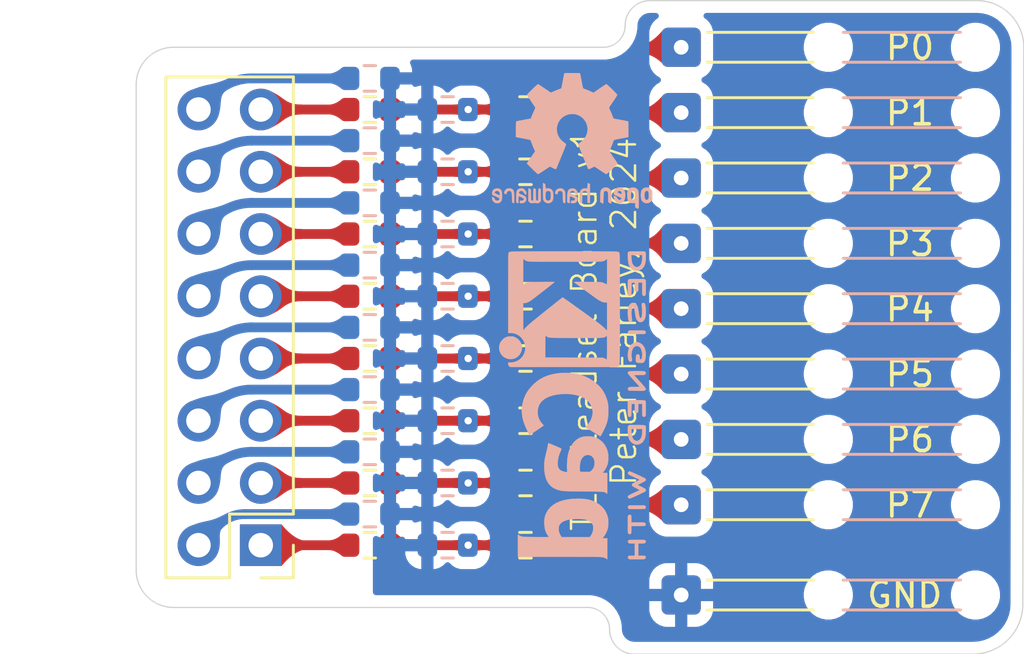
<source format=kicad_pcb>
(kicad_pcb (version 20240108) (generator "pcbnew") (generator_version "8.0")
  (title_block (title "Tektronix TLA Leadset Board") (date "2024-03-19") (rev "1.0") (company "Peter Farley") (comment 1 "Rev 1.0: Initial design"))
  (layers (0 "F.Cu" signal) (31 "B.Cu" signal) (34 "B.Paste" user) (35 "F.Paste" user) (36 "B.SilkS" user "B.Silkscreen") (37 "F.SilkS" user "F.Silkscreen") (38 "B.Mask" user) (39 "F.Mask" user) (44 "Edge.Cuts" user))
  (net 0 "")
  (net 1 "Net-(J1-Pin_5)")
  (net 2 "Net-(J1-Pin_8)")
  (net 3 "Net-(J1-Pin_7)")
  (net 4 "Net-(J1-Pin_1)")
  (net 5 "Net-(J1-Pin_9)")
  (net 6 "Net-(J1-Pin_2)")
  (net 7 "Net-(J1-Pin_4)")
  (net 8 "Net-(J1-Pin_16)")
  (net 9 "Net-(J1-Pin_11)")
  (net 10 "Net-(J1-Pin_6)")
  (net 11 "Net-(J1-Pin_14)")
  (net 12 "Net-(J1-Pin_12)")
  (net 13 "Net-(J1-Pin_15)")
  (net 14 "Net-(J1-Pin_13)")
  (net 15 "Net-(J1-Pin_3)")
  (net 16 "Net-(J1-Pin_10)")
  (net 17 "Net-(J2-Pin_1)")
  (net 18 "Net-(J3-Pin_1)")
  (net 19 "Net-(J4-Pin_1)")
  (net 20 "Net-(J5-Pin_1)")
  (net 21 "Net-(J6-Pin_1)")
  (net 22 "Net-(J7-Pin_1)")
  (net 23 "Net-(J8-Pin_1)")
  (net 24 "Net-(J9-Pin_1)")
  (net 25 "GND")
  (net 26 "Net-(R21-Pad1)")
  (net 27 "Net-(R10-Pad2)")
  (net 28 "Net-(R11-Pad2)")
  (net 29 "Net-(R12-Pad2)")
  (net 30 "Net-(R13-Pad2)")
  (net 31 "Net-(R14-Pad2)")
  (net 32 "Net-(R15-Pad2)")
  (net 33 "Net-(R16-Pad2)")
  (footprint "Resistor_SMD:R_0603_1608Metric" (layer "F.Cu") (at 76.2 48.26)
    (property "Reference" "R12" (hide yes))
    (property "Value" "0")
    (pad "1" smd roundrect (at -0.825 0) (size 0.8 0.95) (layers "F.Cu" "F.Paste" "F.Mask") (net 32 "Net-(R15-Pad2)"))
    (pad "2" smd roundrect (at 0.825 0) (size 0.8 0.95) (layers "F.Cu" "F.Paste" "F.Mask") (net 21 "Net-(J6-Pin_1)"))
  )
  (footprint "Resistor_SMD:R_0603_1608Metric" (layer "F.Cu") (at 69.85 48.26)
    (property "Reference" "R4" (hide yes))
    (property "Value" "0")
    (pad "1" smd roundrect (at -0.825 0) (size 0.8 0.95) (layers "F.Cu" "F.Paste" "F.Mask") (net 5 "Net-(J1-Pin_9)"))
    (pad "2" smd roundrect (at 0.825 0) (size 0.8 0.95) (layers "F.Cu" "F.Paste" "F.Mask") (net 32 "Net-(R15-Pad2)"))
  )
  (footprint "Connector_PinHeader_2.54mm:PinHeader_2x08_P2.54mm_Vertical" (layer "F.Cu") (at 65.405 58.42 180)
    (property "Reference" "J1" (hide yes))
    (property "Value" "Conn_02x08_Top_Bottom")
    (pad "1" thru_hole rect (at 0 0 180) (size 1.7 1.7) (drill 1) (layers "*.Cu" "*.Mask") (net 4 "Net-(J1-Pin_1)"))
    (pad "2" thru_hole oval (at 2.54 0 180) (size 1.7 1.7) (drill 1) (layers "*.Cu" "*.Mask") (net 6 "Net-(J1-Pin_2)"))
    (pad "3" thru_hole oval (at 0 2.54 180) (size 1.7 1.7) (drill 1) (layers "*.Cu" "*.Mask") (net 15 "Net-(J1-Pin_3)"))
    (pad "4" thru_hole oval (at 2.54 2.54 180) (size 1.7 1.7) (drill 1) (layers "*.Cu" "*.Mask") (net 7 "Net-(J1-Pin_4)"))
    (pad "5" thru_hole oval (at 0 5.08 180) (size 1.7 1.7) (drill 1) (layers "*.Cu" "*.Mask") (net 1 "Net-(J1-Pin_5)"))
    (pad "6" thru_hole oval (at 2.54 5.08 180) (size 1.7 1.7) (drill 1) (layers "*.Cu" "*.Mask") (net 10 "Net-(J1-Pin_6)"))
    (pad "7" thru_hole oval (at 0 7.62 180) (size 1.7 1.7) (drill 1) (layers "*.Cu" "*.Mask") (net 3 "Net-(J1-Pin_7)"))
    (pad "8" thru_hole oval (at 2.54 7.62 180) (size 1.7 1.7) (drill 1) (layers "*.Cu" "*.Mask") (net 2 "Net-(J1-Pin_8)"))
    (pad "9" thru_hole oval (at 0 10.16 180) (size 1.7 1.7) (drill 1) (layers "*.Cu" "*.Mask") (net 5 "Net-(J1-Pin_9)"))
    (pad "10" thru_hole oval (at 2.54 10.16 180) (size 1.7 1.7) (drill 1) (layers "*.Cu" "*.Mask") (net 16 "Net-(J1-Pin_10)"))
    (pad "11" thru_hole oval (at 0 12.7 180) (size 1.7 1.7) (drill 1) (layers "*.Cu" "*.Mask") (net 9 "Net-(J1-Pin_11)"))
    (pad "12" thru_hole oval (at 2.54 12.7 180) (size 1.7 1.7) (drill 1) (layers "*.Cu" "*.Mask") (net 12 "Net-(J1-Pin_12)"))
    (pad "13" thru_hole oval (at 0 15.24 180) (size 1.7 1.7) (drill 1) (layers "*.Cu" "*.Mask") (net 14 "Net-(J1-Pin_13)"))
    (pad "14" thru_hole oval (at 2.54 15.24 180) (size 1.7 1.7) (drill 1) (layers "*.Cu" "*.Mask") (net 11 "Net-(J1-Pin_14)"))
    (pad "15" thru_hole oval (at 0 17.78 180) (size 1.7 1.7) (drill 1) (layers "*.Cu" "*.Mask") (net 13 "Net-(J1-Pin_15)"))
    (pad "16" thru_hole oval (at 2.54 17.78 180) (size 1.7 1.7) (drill 1) (layers "*.Cu" "*.Mask") (net 8 "Net-(J1-Pin_16)"))
  )
  (footprint "Resistor_SMD:R_0603_1608Metric" (layer "F.Cu") (at 69.85 40.64)
    (property "Reference" "R1" (hide yes))
    (property "Value" "0")
    (pad "1" smd roundrect (at -0.825 0) (size 0.8 0.95) (layers "F.Cu" "F.Paste" "F.Mask") (net 13 "Net-(J1-Pin_15)"))
    (pad "2" smd roundrect (at 0.825 0) (size 0.8 0.95) (layers "F.Cu" "F.Paste" "F.Mask") (net 29 "Net-(R12-Pad2)"))
  )
  (footprint "Resistor_SMD:R_0603_1608Metric" (layer "F.Cu") (at 69.85 58.42)
    (property "Reference" "R8" (hide yes))
    (property "Value" "0")
    (pad "1" smd roundrect (at -0.825 0) (size 0.8 0.95) (layers "F.Cu" "F.Paste" "F.Mask") (net 4 "Net-(J1-Pin_1)"))
    (pad "2" smd roundrect (at 0.825 0) (size 0.8 0.95) (layers "F.Cu" "F.Paste" "F.Mask") (net 30 "Net-(R13-Pad2)"))
  )
  (footprint "Resistor_SMD:R_0603_1608Metric" (layer "F.Cu") (at 76.2 40.64)
    (property "Reference" "R9" (hide yes))
    (property "Value" "0")
    (pad "1" smd roundrect (at -0.825 0) (size 0.8 0.95) (layers "F.Cu" "F.Paste" "F.Mask") (net 29 "Net-(R12-Pad2)"))
    (pad "2" smd roundrect (at 0.825 0) (size 0.8 0.95) (layers "F.Cu" "F.Paste" "F.Mask") (net 24 "Net-(J9-Pin_1)"))
  )
  (footprint "Resistor_SMD:R_0603_1608Metric" (layer "F.Cu") (at 69.85 50.8)
    (property "Reference" "R5" (hide yes))
    (property "Value" "0")
    (pad "1" smd roundrect (at -0.825 0) (size 0.8 0.95) (layers "F.Cu" "F.Paste" "F.Mask") (net 3 "Net-(J1-Pin_7)"))
    (pad "2" smd roundrect (at 0.825 0) (size 0.8 0.95) (layers "F.Cu" "F.Paste" "F.Mask") (net 27 "Net-(R10-Pad2)"))
  )
  (footprint "Resistor_SMD:R_0603_1608Metric" (layer "F.Cu") (at 69.85 53.34)
    (property "Reference" "R6" (hide yes))
    (property "Value" "0")
    (pad "1" smd roundrect (at -0.825 0) (size 0.8 0.95) (layers "F.Cu" "F.Paste" "F.Mask") (net 1 "Net-(J1-Pin_5)"))
    (pad "2" smd roundrect (at 0.825 0) (size 0.8 0.95) (layers "F.Cu" "F.Paste" "F.Mask") (net 31 "Net-(R14-Pad2)"))
  )
  (footprint "Resistor_SMD:R_0603_1608Metric" (layer "F.Cu") (at 69.85 45.72)
    (property "Reference" "R3" (hide yes))
    (property "Value" "0")
    (pad "1" smd roundrect (at -0.825 0) (size 0.8 0.95) (layers "F.Cu" "F.Paste" "F.Mask") (net 9 "Net-(J1-Pin_11)"))
    (pad "2" smd roundrect (at 0.825 0) (size 0.8 0.95) (layers "F.Cu" "F.Paste" "F.Mask") (net 28 "Net-(R11-Pad2)"))
  )
  (footprint "Resistor_SMD:R_0603_1608Metric" (layer "F.Cu") (at 76.2 55.88)
    (property "Reference" "R15" (hide yes))
    (property "Value" "0")
    (pad "1" smd roundrect (at -0.825 0) (size 0.8 0.95) (layers "F.Cu" "F.Paste" "F.Mask") (net 26 "Net-(R21-Pad1)"))
    (pad "2" smd roundrect (at 0.825 0) (size 0.8 0.95) (layers "F.Cu" "F.Paste" "F.Mask") (net 18 "Net-(J3-Pin_1)"))
  )
  (footprint "Resistor_SMD:R_0603_1608Metric" (layer "F.Cu") (at 76.2 43.18)
    (property "Reference" "R10" (hide yes))
    (property "Value" "0")
    (pad "1" smd roundrect (at -0.825 0) (size 0.8 0.95) (layers "F.Cu" "F.Paste" "F.Mask") (net 33 "Net-(R16-Pad2)"))
    (pad "2" smd roundrect (at 0.825 0) (size 0.8 0.95) (layers "F.Cu" "F.Paste" "F.Mask") (net 23 "Net-(J8-Pin_1)"))
  )
  (footprint "Connector_Wire:SolderWire-0.1sqmm_1x01_D0.4mm_OD1mm_Relief2x" (layer "F.Cu") (at 82.55 40.767 90)
    (property "Reference" "J3" (hide yes))
    (property "Value" "P1" (at 0 8.255 180) (layer "F.SilkS") (effects (justify left)))
    (pad "" np_thru_hole circle (at 0 6 90) (size 1.5 1.5) (drill 1.5) (layers "*.Cu" "*.Mask"))
    (pad "" np_thru_hole circle (at 0 12 90) (size 1.5 1.5) (drill 1.5) (layers "*.Cu" "*.Mask"))
    (pad "1" thru_hole roundrect (at 0 0 90) (size 1.6 1.6) (drill 0.6) (layers "*.Cu" "*.Mask") (roundrect_rratio 0.15625) (net 23 "Net-(J8-Pin_1)"))
  )
  (footprint "Resistor_SMD:R_0603_1608Metric" (layer "F.Cu") (at 69.85 43.18)
    (property "Reference" "R2" (hide yes))
    (property "Value" "0")
    (pad "1" smd roundrect (at -0.825 0) (size 0.8 0.95) (layers "F.Cu" "F.Paste" "F.Mask") (net 14 "Net-(J1-Pin_13)"))
    (pad "2" smd roundrect (at 0.825 0) (size 0.8 0.95) (layers "F.Cu" "F.Paste" "F.Mask") (net 33 "Net-(R16-Pad2)"))
  )
  (footprint "Connector_Wire:SolderWire-0.1sqmm_1x01_D0.4mm_OD1mm_Relief2x" (layer "F.Cu") (at 82.55 43.434 90)
    (property "Reference" "J4" (hide yes))
    (property "Value" "P2" (at 0 8.255 180) (layer "F.SilkS") (effects (justify left)))
    (pad "" np_thru_hole circle (at 0 6 90) (size 1.5 1.5) (drill 1.5) (layers "*.Cu" "*.Mask"))
    (pad "" np_thru_hole circle (at 0 12 90) (size 1.5 1.5) (drill 1.5) (layers "*.Cu" "*.Mask"))
    (pad "1" thru_hole roundrect (at 0 0 90) (size 1.6 1.6) (drill 0.6) (layers "*.Cu" "*.Mask") (roundrect_rratio 0.15625) (net 22 "Net-(J7-Pin_1)"))
  )
  (footprint "Connector_Wire:SolderWire-0.1sqmm_1x01_D0.4mm_OD1mm_Relief2x" (layer "F.Cu") (at 82.55 56.769 90)
    (property "Reference" "J9" (hide yes))
    (property "Value" "P7" (at 0 8.255 180) (layer "F.SilkS") (effects (justify left)))
    (pad "" np_thru_hole circle (at 0 6 90) (size 1.5 1.5) (drill 1.5) (layers "*.Cu" "*.Mask"))
    (pad "" np_thru_hole circle (at 0 12 90) (size 1.5 1.5) (drill 1.5) (layers "*.Cu" "*.Mask"))
    (pad "1" thru_hole roundrect (at 0 0 90) (size 1.6 1.6) (drill 0.6) (layers "*.Cu" "*.Mask") (roundrect_rratio 0.15625) (net 17 "Net-(J2-Pin_1)"))
  )
  (footprint "Resistor_SMD:R_0603_1608Metric" (layer "F.Cu") (at 76.2 50.8)
    (property "Reference" "R13" (hide yes))
    (property "Value" "0")
    (pad "1" smd roundrect (at -0.825 0) (size 0.8 0.95) (layers "F.Cu" "F.Paste" "F.Mask") (net 27 "Net-(R10-Pad2)"))
    (pad "2" smd roundrect (at 0.825 0) (size 0.8 0.95) (layers "F.Cu" "F.Paste" "F.Mask") (net 20 "Net-(J5-Pin_1)"))
  )
  (footprint "Connector_Wire:SolderWire-0.1sqmm_1x01_D0.4mm_OD1mm_Relief2x" (layer "F.Cu") (at 82.55 54.102 90)
    (property "Reference" "J8" (hide yes))
    (property "Value" "P6" (at 0 8.255 180) (layer "F.SilkS") (effects (justify left)))
    (pad "" np_thru_hole circle (at 0 6 90) (size 1.5 1.5) (drill 1.5) (layers "*.Cu" "*.Mask"))
    (pad "" np_thru_hole circle (at 0 12 90) (size 1.5 1.5) (drill 1.5) (layers "*.Cu" "*.Mask"))
    (pad "1" thru_hole roundrect (at 0 0 90) (size 1.6 1.6) (drill 0.6) (layers "*.Cu" "*.Mask") (roundrect_rratio 0.15625) (net 18 "Net-(J3-Pin_1)"))
  )
  (footprint "Resistor_SMD:R_0603_1608Metric" (layer "F.Cu") (at 76.2 53.34)
    (property "Reference" "R14" (hide yes))
    (property "Value" "0")
    (pad "1" smd roundrect (at -0.825 0) (size 0.8 0.95) (layers "F.Cu" "F.Paste" "F.Mask") (net 31 "Net-(R14-Pad2)"))
    (pad "2" smd roundrect (at 0.825 0) (size 0.8 0.95) (layers "F.Cu" "F.Paste" "F.Mask") (net 19 "Net-(J4-Pin_1)"))
  )
  (footprint "Connector_Wire:SolderWire-0.1sqmm_1x01_D0.4mm_OD1mm_Relief2x" (layer "F.Cu") (at 82.55 38.1 90)
    (property "Reference" "J2" (hide yes))
    (property "Value" "P0" (at 0 8.255 180) (layer "F.SilkS") (effects (justify left)))
    (pad "" np_thru_hole circle (at 0 6 90) (size 1.5 1.5) (drill 1.5) (layers "*.Cu" "*.Mask"))
    (pad "" np_thru_hole circle (at 0 12 90) (size 1.5 1.5) (drill 1.5) (layers "*.Cu" "*.Mask"))
    (pad "1" thru_hole roundrect (at 0 0 90) (size 1.6 1.6) (drill 0.6) (layers "*.Cu" "*.Mask") (roundrect_rratio 0.15625) (net 24 "Net-(J9-Pin_1)"))
  )
  (footprint "Connector_Wire:SolderWire-0.1sqmm_1x01_D0.4mm_OD1mm_Relief2x" (layer "F.Cu") (at 82.55 60.452 90)
    (property "Reference" "J10" (hide yes))
    (property "Value" "GND" (at 0 7.493 180) (layer "F.SilkS") (effects (justify left)))
    (pad "" np_thru_hole circle (at 0 6 90) (size 1.5 1.5) (drill 1.5) (layers "*.Cu" "*.Mask"))
    (pad "" np_thru_hole circle (at 0 12 90) (size 1.5 1.5) (drill 1.5) (layers "*.Cu" "*.Mask"))
    (pad "1" thru_hole roundrect (at 0 0 90) (size 1.6 1.6) (drill 0.6) (layers "*.Cu" "*.Mask") (roundrect_rratio 0.15625) (net 25 "GND"))
  )
  (footprint "Connector_Wire:SolderWire-0.1sqmm_1x01_D0.4mm_OD1mm_Relief2x" (layer "F.Cu") (at 82.55 48.768 90)
    (property "Reference" "J6" (hide yes))
    (property "Value" "P4" (at 0 8.255 180) (layer "F.SilkS") (effects (justify left)))
    (pad "" np_thru_hole circle (at 0 6 90) (size 1.5 1.5) (drill 1.5) (layers "*.Cu" "*.Mask"))
    (pad "" np_thru_hole circle (at 0 12 90) (size 1.5 1.5) (drill 1.5) (layers "*.Cu" "*.Mask"))
    (pad "1" thru_hole roundrect (at 0 0 90) (size 1.6 1.6) (drill 0.6) (layers "*.Cu" "*.Mask") (roundrect_rratio 0.15625) (net 20 "Net-(J5-Pin_1)"))
  )
  (footprint "Resistor_SMD:R_0603_1608Metric" (layer "F.Cu") (at 69.85 55.88)
    (property "Reference" "R7" (hide yes))
    (property "Value" "0")
    (pad "1" smd roundrect (at -0.825 0) (size 0.8 0.95) (layers "F.Cu" "F.Paste" "F.Mask") (net 15 "Net-(J1-Pin_3)"))
    (pad "2" smd roundrect (at 0.825 0) (size 0.8 0.95) (layers "F.Cu" "F.Paste" "F.Mask") (net 26 "Net-(R21-Pad1)"))
  )
  (footprint "Resistor_SMD:R_0603_1608Metric" (layer "F.Cu") (at 76.2 45.72)
    (property "Reference" "R11" (hide yes))
    (property "Value" "0")
    (pad "1" smd roundrect (at -0.825 0) (size 0.8 0.95) (layers "F.Cu" "F.Paste" "F.Mask") (net 28 "Net-(R11-Pad2)"))
    (pad "2" smd roundrect (at 0.825 0) (size 0.8 0.95) (layers "F.Cu" "F.Paste" "F.Mask") (net 22 "Net-(J7-Pin_1)"))
  )
  (footprint "Connector_Wire:SolderWire-0.1sqmm_1x01_D0.4mm_OD1mm_Relief2x" (layer "F.Cu") (at 82.55 51.435 90)
    (property "Reference" "J7" (hide yes))
    (property "Value" "P5" (at 0 8.255 180) (layer "F.SilkS") (effects (justify left)))
    (pad "" np_thru_hole circle (at 0 6 90) (size 1.5 1.5) (drill 1.5) (layers "*.Cu" "*.Mask"))
    (pad "" np_thru_hole circle (at 0 12 90) (size 1.5 1.5) (drill 1.5) (layers "*.Cu" "*.Mask"))
    (pad "1" thru_hole roundrect (at 0 0 90) (size 1.6 1.6) (drill 0.6) (layers "*.Cu" "*.Mask") (roundrect_rratio 0.15625) (net 19 "Net-(J4-Pin_1)"))
  )
  (footprint "Connector_Wire:SolderWire-0.1sqmm_1x01_D0.4mm_OD1mm_Relief2x" (layer "F.Cu") (at 82.55 46.101 90)
    (property "Reference" "J5" (hide yes))
    (property "Value" "P3" (at 0 8.255 180) (layer "F.SilkS") (effects (justify left)))
    (pad "" np_thru_hole circle (at 0 6 90) (size 1.5 1.5) (drill 1.5) (layers "*.Cu" "*.Mask"))
    (pad "" np_thru_hole circle (at 0 12 90) (size 1.5 1.5) (drill 1.5) (layers "*.Cu" "*.Mask"))
    (pad "1" thru_hole roundrect (at 0 0 90) (size 1.6 1.6) (drill 0.6) (layers "*.Cu" "*.Mask") (roundrect_rratio 0.15625) (net 21 "Net-(J6-Pin_1)"))
  )
  (footprint "Resistor_SMD:R_0603_1608Metric" (layer "F.Cu") (at 76.2 58.42)
    (property "Reference" "R16" (hide yes))
    (property "Value" "0")
    (pad "1" smd roundrect (at -0.825 0) (size 0.8 0.95) (layers "F.Cu" "F.Paste" "F.Mask") (net 30 "Net-(R13-Pad2)"))
    (pad "2" smd roundrect (at 0.825 0) (size 0.8 0.95) (layers "F.Cu" "F.Paste" "F.Mask") (net 17 "Net-(J2-Pin_1)"))
  )
  (footprint "Resistor_SMD:R_0603_1608Metric" (layer "B.Cu") (at 73.025 58.42 180)
    (property "Reference" "R24" (hide yes))
    (property "Value" "0")
    (pad "1" smd roundrect (at -0.825 0 180) (size 0.8 0.95) (layers "B.Cu" "B.Paste" "B.Mask") (net 30 "Net-(R13-Pad2)"))
    (pad "2" smd roundrect (at 0.825 0 180) (size 0.8 0.95) (layers "B.Cu" "B.Paste" "B.Mask") (net 25 "GND"))
  )
  (footprint "Resistor_SMD:R_0603_1608Metric" (layer "B.Cu") (at 69.85 41.91)
    (property "Reference" "R26" (hide yes))
    (property "Value" "0")
    (pad "1" smd roundrect (at -0.825 0) (size 0.8 0.95) (layers "B.Cu" "B.Paste" "B.Mask") (net 11 "Net-(J1-Pin_14)"))
    (pad "2" smd roundrect (at 0.825 0) (size 0.8 0.95) (layers "B.Cu" "B.Paste" "B.Mask") (net 25 "GND"))
  )
  (footprint "Resistor_SMD:R_0603_1608Metric" (layer "B.Cu") (at 69.85 46.99)
    (property "Reference" "R28" (hide yes))
    (property "Value" "0")
    (pad "1" smd roundrect (at -0.825 0) (size 0.8 0.95) (layers "B.Cu" "B.Paste" "B.Mask") (net 16 "Net-(J1-Pin_10)"))
    (pad "2" smd roundrect (at 0.825 0) (size 0.8 0.95) (layers "B.Cu" "B.Paste" "B.Mask") (net 25 "GND"))
  )
  (footprint "Resistor_SMD:R_0603_1608Metric" (layer "B.Cu") (at 69.85 39.37)
    (property "Reference" "R25" (hide yes))
    (property "Value" "0")
    (pad "1" smd roundrect (at -0.825 0) (size 0.8 0.95) (layers "B.Cu" "B.Paste" "B.Mask") (net 8 "Net-(J1-Pin_16)"))
    (pad "2" smd roundrect (at 0.825 0) (size 0.8 0.95) (layers "B.Cu" "B.Paste" "B.Mask") (net 25 "GND"))
  )
  (footprint "Resistor_SMD:R_0603_1608Metric" (layer "B.Cu") (at 69.85 49.53)
    (property "Reference" "R29" (hide yes))
    (property "Value" "0")
    (pad "1" smd roundrect (at -0.825 0) (size 0.8 0.95) (layers "B.Cu" "B.Paste" "B.Mask") (net 2 "Net-(J1-Pin_8)"))
    (pad "2" smd roundrect (at 0.825 0) (size 0.8 0.95) (layers "B.Cu" "B.Paste" "B.Mask") (net 25 "GND"))
  )
  (footprint "Symbol:OSHW-Logo2_7.3x6mm_SilkScreen" (layer "B.Cu") (at 78.105 41.91 180)
    (property "Reference" "REF**" (hide yes))
    (property "Value" "OSHW-Logo2_7.3x6mm_SilkScreen" (hide yes))
  )
  (footprint "Resistor_SMD:R_0603_1608Metric" (layer "B.Cu") (at 69.85 54.61)
    (property "Reference" "R31" (hide yes))
    (property "Value" "0")
    (pad "1" smd roundrect (at -0.825 0) (size 0.8 0.95) (layers "B.Cu" "B.Paste" "B.Mask") (net 7 "Net-(J1-Pin_4)"))
    (pad "2" smd roundrect (at 0.825 0) (size 0.8 0.95) (layers "B.Cu" "B.Paste" "B.Mask") (net 25 "GND"))
  )
  (footprint "Resistor_SMD:R_0603_1608Metric" (layer "B.Cu") (at 73.025 40.64 180)
    (property "Reference" "R17" (hide yes))
    (property "Value" "0")
    (pad "1" smd roundrect (at -0.825 0 180) (size 0.8 0.95) (layers "B.Cu" "B.Paste" "B.Mask") (net 29 "Net-(R12-Pad2)"))
    (pad "2" smd roundrect (at 0.825 0 180) (size 0.8 0.95) (layers "B.Cu" "B.Paste" "B.Mask") (net 25 "GND"))
  )
  (footprint "Resistor_SMD:R_0603_1608Metric" (layer "B.Cu") (at 69.85 44.45)
    (property "Reference" "R27" (hide yes))
    (property "Value" "0")
    (pad "1" smd roundrect (at -0.825 0) (size 0.8 0.95) (layers "B.Cu" "B.Paste" "B.Mask") (net 12 "Net-(J1-Pin_12)"))
    (pad "2" smd roundrect (at 0.825 0) (size 0.8 0.95) (layers "B.Cu" "B.Paste" "B.Mask") (net 25 "GND"))
  )
  (footprint "Resistor_SMD:R_0603_1608Metric" (layer "B.Cu") (at 73.025 53.34 180)
    (property "Reference" "R22" (hide yes))
    (property "Value" "0")
    (pad "1" smd roundrect (at -0.825 0 180) (size 0.8 0.95) (layers "B.Cu" "B.Paste" "B.Mask") (net 31 "Net-(R14-Pad2)"))
    (pad "2" smd roundrect (at 0.825 0 180) (size 0.8 0.95) (layers "B.Cu" "B.Paste" "B.Mask") (net 25 "GND"))
  )
  (footprint "Resistor_SMD:R_0603_1608Metric" (layer "B.Cu") (at 73.025 43.18 180)
    (property "Reference" "R18" (hide yes))
    (property "Value" "0")
    (pad "1" smd roundrect (at -0.825 0 180) (size 0.8 0.95) (layers "B.Cu" "B.Paste" "B.Mask") (net 33 "Net-(R16-Pad2)"))
    (pad "2" smd roundrect (at 0.825 0 180) (size 0.8 0.95) (layers "B.Cu" "B.Paste" "B.Mask") (net 25 "GND"))
  )
  (footprint "Resistor_SMD:R_0603_1608Metric" (layer "B.Cu") (at 69.85 52.07)
    (property "Reference" "R30" (hide yes))
    (property "Value" "0")
    (pad "1" smd roundrect (at -0.825 0) (size 0.8 0.95) (layers "B.Cu" "B.Paste" "B.Mask") (net 10 "Net-(J1-Pin_6)"))
    (pad "2" smd roundrect (at 0.825 0) (size 0.8 0.95) (layers "B.Cu" "B.Paste" "B.Mask") (net 25 "GND"))
  )
  (footprint "Resistor_SMD:R_0603_1608Metric" (layer "B.Cu") (at 73.025 50.8 180)
    (property "Reference" "R21" (hide yes))
    (property "Value" "0")
    (pad "1" smd roundrect (at -0.825 0 180) (size 0.8 0.95) (layers "B.Cu" "B.Paste" "B.Mask") (net 27 "Net-(R10-Pad2)"))
    (pad "2" smd roundrect (at 0.825 0 180) (size 0.8 0.95) (layers "B.Cu" "B.Paste" "B.Mask") (net 25 "GND"))
  )
  (footprint "Resistor_SMD:R_0603_1608Metric" (layer "B.Cu") (at 73.025 45.72 180)
    (property "Reference" "R19" (hide yes))
    (property "Value" "0")
    (pad "1" smd roundrect (at -0.825 0 180) (size 0.8 0.95) (layers "B.Cu" "B.Paste" "B.Mask") (net 28 "Net-(R11-Pad2)"))
    (pad "2" smd roundrect (at 0.825 0 180) (size 0.8 0.95) (layers "B.Cu" "B.Paste" "B.Mask") (net 25 "GND"))
  )
  (footprint "Resistor_SMD:R_0603_1608Metric" (layer "B.Cu") (at 73.025 55.88 180)
    (property "Reference" "R23" (hide yes))
    (property "Value" "0")
    (pad "1" smd roundrect (at -0.825 0 180) (size 0.8 0.95) (layers "B.Cu" "B.Paste" "B.Mask") (net 26 "Net-(R21-Pad1)"))
    (pad "2" smd roundrect (at 0.825 0 180) (size 0.8 0.95) (layers "B.Cu" "B.Paste" "B.Mask") (net 25 "GND"))
  )
  (footprint "Symbol:KiCad-Logo2_5mm_SilkScreen" (layer "B.Cu") (at 78.105 52.705 -90)
    (property "Reference" "REF**" (hide yes))
    (property "Value" "KiCad-Logo2_5mm_SilkScreen" (hide yes))
  )
  (footprint "Resistor_SMD:R_0603_1608Metric" (layer "B.Cu") (at 69.85 57.15)
    (property "Reference" "R32" (hide yes))
    (property "Value" "0")
    (pad "1" smd roundrect (at -0.825 0) (size 0.8 0.95) (layers "B.Cu" "B.Paste" "B.Mask") (net 6 "Net-(J1-Pin_2)"))
    (pad "2" smd roundrect (at 0.825 0) (size 0.8 0.95) (layers "B.Cu" "B.Paste" "B.Mask") (net 25 "GND"))
  )
  (footprint "Resistor_SMD:R_0603_1608Metric" (layer "B.Cu") (at 73.025 48.26 180)
    (property "Reference" "R20" (hide yes))
    (property "Value" "0")
    (pad "1" smd roundrect (at -0.825 0 180) (size 0.8 0.95) (layers "B.Cu" "B.Paste" "B.Mask") (net 32 "Net-(R15-Pad2)"))
    (pad "2" smd roundrect (at 0.825 0 180) (size 0.8 0.95) (layers "B.Cu" "B.Paste" "B.Mask") (net 25 "GND"))
  )
  (gr_arc (start 60.325 39.624) (mid 60.771369 38.546369) (end 61.849 38.1) (stroke (width 0.05)) (layer "Edge.Cuts"))
  (gr_arc (start 94.615 36.195) (mid 95.962038 36.752962) (end 96.52 38.1) (stroke (width 0.05)) (layer "Edge.Cuts"))
  (gr_line (start 60.325 39.624) (end 60.325 59.436) (stroke (width 0.05)) (layer "Edge.Cuts"))
  (gr_line (start 61.849 38.1) (end 79.375 38.1) (stroke (width 0.05)) (layer "Edge.Cuts"))
  (gr_arc (start 96.480159 60.833) (mid 95.885 62.269841) (end 94.448159 62.865) (stroke (width 0.05)) (layer "Edge.Cuts"))
  (gr_arc (start 80.264 37.211) (mid 80.003618 37.839618) (end 79.375 38.1) (stroke (width 0.05)) (layer "Edge.Cuts"))
  (gr_arc (start 61.849 60.96) (mid 60.771369 60.513631) (end 60.325 59.436) (stroke (width 0.05)) (layer "Edge.Cuts"))
  (gr_arc (start 80.264 37.211) (mid 80.56158 36.49258) (end 81.28 36.195) (stroke (width 0.05)) (layer "Edge.Cuts"))
  (gr_line (start 81.28 36.195) (end 94.615 36.195) (stroke (width 0.05)) (layer "Edge.Cuts"))
  (gr_line (start 61.849 60.96) (end 78.74 60.96) (stroke (width 0.05)) (layer "Edge.Cuts"))
  (gr_line (start 80.645 62.865) (end 94.448159 62.865) (stroke (width 0.05)) (layer "Edge.Cuts"))
  (gr_line (start 96.52 38.1) (end 96.480159 60.833) (stroke (width 0.05)) (layer "Edge.Cuts"))
  (gr_arc (start 78.74 60.96) (mid 79.368618 61.220382) (end 79.629 61.849) (stroke (width 0.05)) (layer "Edge.Cuts"))
  (gr_arc (start 80.645 62.865) (mid 79.92658 62.56742) (end 79.629 61.849) (stroke (width 0.05)) (layer "Edge.Cuts"))
  (gr_text "TLA Leadset Board v1.0\nPeter Farley, 2024" (at 80.793944 48.895 90) (layer "F.SilkS") (effects (font (size 1 1) (thickness 0.1)) (justify bottom)))
  (segment (start 65.405 53.34) (end 69.025 53.34) (width 0.4) (layer "F.Cu") (net 1))
  (segment (start 65.033025 49.53) (end 69.025 49.53) (width 0.4) (layer "B.Cu") (net 2))
  (segment (start 63.5 50.165) (end 62.865 50.8) (width 0.4) (layer "B.Cu") (net 2))
  (arc (start 65.033025 49.53) (mid 64.203357 49.695031) (end 63.5 50.165) (width 0.4) (layer "B.Cu") (net 2))
  (segment (start 69.025 50.8) (end 65.405 50.8) (width 0.4) (layer "F.Cu") (net 3))
  (segment (start 65.405 58.42) (end 69.025 58.42) (width 0.4) (layer "F.Cu") (net 4))
  (segment (start 65.405 48.26) (end 69.025 48.26) (width 0.4) (layer "F.Cu") (net 5))
  (segment (start 69.025 57.15) (end 64.75632 57.15) (width 0.4) (layer "B.Cu") (net 6))
  (segment (start 63.69566 57.58934) (end 62.865 58.42) (width 0.4) (layer "B.Cu") (net 6))
  (arc (start 63.69566 57.58934) (mid 64.182295 57.264181) (end 64.75632 57.15) (width 0.4) (layer "B.Cu") (net 6))
  (segment (start 65.033025 54.61) (end 69.025 54.61) (width 0.4) (layer "B.Cu") (net 7))
  (segment (start 63.5 55.245) (end 62.865 55.88) (width 0.4) (layer "B.Cu") (net 7))
  (arc (start 65.033025 54.61) (mid 64.203357 54.775031) (end 63.5 55.245) (width 0.4) (layer "B.Cu") (net 7))
  (segment (start 65.033025 39.37) (end 69.025 39.37) (width 0.4) (layer "B.Cu") (net 8))
  (segment (start 63.5 40.005) (end 62.865 40.64) (width 0.4) (layer "B.Cu") (net 8))
  (arc (start 65.033025 39.37) (mid 64.203357 39.535031) (end 63.5 40.005) (width 0.4) (layer "B.Cu") (net 8))
  (segment (start 69.025 45.72) (end 65.405 45.72) (width 0.4) (layer "F.Cu") (net 9))
  (segment (start 63.5 52.705) (end 62.865 53.34) (width 0.4) (layer "B.Cu") (net 10))
  (segment (start 65.033025 52.07) (end 69.025 52.07) (width 0.4) (layer "B.Cu") (net 10))
  (arc (start 65.033025 52.07) (mid 64.203357 52.235031) (end 63.5 52.705) (width 0.4) (layer "B.Cu") (net 10))
  (segment (start 63.5 42.545) (end 62.865 43.18) (width 0.4) (layer "B.Cu") (net 11))
  (segment (start 65.033025 41.91) (end 69.025 41.91) (width 0.4) (layer "B.Cu") (net 11))
  (arc (start 65.033025 41.91) (mid 64.203357 42.075031) (end 63.5 42.545) (width 0.4) (layer "B.Cu") (net 11))
  (segment (start 65.033025 44.45) (end 69.025 44.45) (width 0.4) (layer "B.Cu") (net 12))
  (segment (start 63.5 45.085) (end 62.865 45.72) (width 0.4) (layer "B.Cu") (net 12))
  (arc (start 65.033025 44.45) (mid 64.203357 44.615031) (end 63.5 45.085) (width 0.4) (layer "B.Cu") (net 12))
  (segment (start 65.405 40.64) (end 69.025 40.64) (width 0.4) (layer "F.Cu") (net 13))
  (segment (start 65.405 43.18) (end 69.025 43.18) (width 0.4) (layer "F.Cu") (net 14))
  (segment (start 69.025 55.88) (end 65.405 55.88) (width 0.4) (layer "F.Cu") (net 15))
  (segment (start 63.5 47.625) (end 62.865 48.26) (width 0.4) (layer "B.Cu") (net 16))
  (segment (start 65.033025 46.99) (end 69.025 46.99) (width 0.4) (layer "B.Cu") (net 16))
  (arc (start 65.033025 46.99) (mid 64.203357 47.155031) (end 63.5 47.625) (width 0.4) (layer "B.Cu") (net 16))
  (segment (start 77.565 58.42) (end 77.025 58.42) (width 0.4) (layer "F.Cu") (net 17))
  (segment (start 78.486837 58.038162) (end 78.9305 57.5945) (width 0.4) (layer "F.Cu") (net 17))
  (segment (start 80.923433 56.769) (end 82.55 56.769) (width 0.4) (layer "F.Cu") (net 17))
  (arc (start 80.923433 56.769) (mid 79.844865 56.98354) (end 78.9305 57.5945) (width 0.4) (layer "F.Cu") (net 17))
  (arc (start 78.486837 58.038162) (mid 78.063894 58.320763) (end 77.565 58.42) (width 0.4) (layer "F.Cu") (net 17))
  (segment (start 78.486837 55.498162) (end 78.994 54.991) (width 0.4) (layer "F.Cu") (net 18))
  (segment (start 81.140235 54.102) (end 82.55 54.102) (width 0.4) (layer "F.Cu") (net 18))
  (segment (start 77.565 55.88) (end 77.025 55.88) (width 0.4) (layer "F.Cu") (net 18))
  (arc (start 81.140235 54.102) (mid 79.978701 54.333043) (end 78.994 54.991) (width 0.4) (layer "F.Cu") (net 18))
  (arc (start 78.486837 55.498162) (mid 78.063894 55.780763) (end 77.565 55.88) (width 0.4) (layer "F.Cu") (net 18))
  (segment (start 79.111974 52.333025) (end 78.486837 52.958162) (width 0.4) (layer "F.Cu") (net 19))
  (segment (start 77.565 53.34) (end 77.025 53.34) (width 0.4) (layer "F.Cu") (net 19))
  (segment (start 81.28 51.435) (end 82.55 51.435) (width 0.4) (layer "F.Cu") (net 19))
  (arc (start 78.486837 52.958162) (mid 78.063894 53.240763) (end 77.565 53.34) (width 0.4) (layer "F.Cu") (net 19))
  (arc (start 81.28 51.435) (mid 80.106672 51.668389) (end 79.111974 52.333025) (width 0.4) (layer "F.Cu") (net 19))
  (segment (start 81.3435 48.768) (end 82.55 48.768) (width 0.4) (layer "F.Cu") (net 20))
  (segment (start 77.565 50.8) (end 77.025 50.8) (width 0.4) (layer "F.Cu") (net 20))
  (segment (start 79.283875 49.621124) (end 78.486837 50.418162) (width 0.4) (layer "F.Cu") (net 20))
  (arc (start 78.486837 50.418162) (mid 78.063894 50.700763) (end 77.565 50.8) (width 0.4) (layer "F.Cu") (net 20))
  (arc (start 81.3435 48.768) (mid 80.228839 48.989719) (end 79.283875 49.621124) (width 0.4) (layer "F.Cu") (net 20))
  (segment (start 81.407 46.101) (end 82.55 46.101) (width 0.4) (layer "F.Cu") (net 21))
  (segment (start 78.486837 47.878162) (end 79.455776 46.909223) (width 0.4) (layer "F.Cu") (net 21))
  (segment (start 77.565 48.26) (end 77.025 48.26) (width 0.4) (layer "F.Cu") (net 21))
  (arc (start 78.486837 47.878162) (mid 78.063894 48.160763) (end 77.565 48.26) (width 0.4) (layer "F.Cu") (net 21))
  (arc (start 81.407 46.101) (mid 80.351005 46.31105) (end 79.455776 46.909223) (width 0.4) (layer "F.Cu") (net 21))
  (segment (start 77.565 45.72) (end 77.025 45.72) (width 0.4) (layer "F.Cu") (net 22))
  (segment (start 79.627678 44.197321) (end 78.486837 45.338162) (width 0.4) (layer "F.Cu") (net 22))
  (segment (start 81.4705 43.434) (end 82.55 43.434) (width 0.4) (layer "F.Cu") (net 22))
  (arc (start 81.4705 43.434) (mid 80.473171 43.63238) (end 79.627678 44.197321) (width 0.4) (layer "F.Cu") (net 22))
  (arc (start 78.486837 45.338162) (mid 78.063894 45.620763) (end 77.565 45.72) (width 0.4) (layer "F.Cu") (net 22))
  (segment (start 81.534 40.767) (end 82.55 40.767) (width 0.4) (layer "F.Cu") (net 23))
  (segment (start 77.565 43.18) (end 77.025 43.18) (width 0.4) (layer "F.Cu") (net 23))
  (segment (start 79.799579 41.48542) (end 78.486837 42.798162) (width 0.4) (layer "F.Cu") (net 23))
  (arc (start 81.534 40.767) (mid 80.595338 40.953711) (end 79.799579 41.48542) (width 0.4) (layer "F.Cu") (net 23))
  (arc (start 78.486837 42.798162) (mid 78.063894 43.080763) (end 77.565 43.18) (width 0.4) (layer "F.Cu") (net 23))
  (segment (start 80.11434 38.736203) (end 78.629697 40.220846) (width 0.4) (layer "F.Cu") (net 24))
  (segment (start 81.650272 38.1) (end 82.55 38.1) (width 0.4) (layer "F.Cu") (net 24))
  (segment (start 77.617772 40.64) (end 77.025 40.64) (width 0.4) (layer "F.Cu") (net 24))
  (arc (start 81.650272 38.1) (mid 80.819031 38.265343) (end 80.11434 38.736203) (width 0.4) (layer "F.Cu") (net 24))
  (arc (start 78.629697 40.220846) (mid 78.165421 40.531065) (end 77.617772 40.64) (width 0.4) (layer "F.Cu") (net 24))
  (segment (start 73.8632 55.88) (end 70.675 55.88) (width 0.4) (layer "F.Cu") (net 26))
  (segment (start 73.8632 55.88) (end 75.375 55.88) (width 0.4) (layer "F.Cu") (net 26))
  (via (at 73.8632 55.88) (size 0.6) (drill 0.3) (layers "F.Cu" "B.Cu") (net 26))
  (segment (start 73.8632 50.8) (end 75.375 50.8) (width 0.4) (layer "F.Cu") (net 27))
  (segment (start 73.8632 50.8) (end 70.675 50.8) (width 0.4) (layer "F.Cu") (net 27))
  (via (at 73.8632 50.8) (size 0.6) (drill 0.3) (layers "F.Cu" "B.Cu") (net 27))
  (segment (start 73.8632 45.72) (end 70.675 45.72) (width 0.4) (layer "F.Cu") (net 28))
  (segment (start 73.8632 45.72) (end 75.375 45.72) (width 0.4) (layer "F.Cu") (net 28))
  (via (at 73.8632 45.72) (size 0.6) (drill 0.3) (layers "F.Cu" "B.Cu") (net 28))
  (segment (start 73.8632 40.64) (end 70.675 40.64) (width 0.4) (layer "F.Cu") (net 29))
  (segment (start 73.8632 40.64) (end 75.375 40.64) (width 0.4) (layer "F.Cu") (net 29))
  (via (at 73.8632 40.64) (size 0.6) (drill 0.3) (layers "F.Cu" "B.Cu") (net 29))
  (segment (start 73.8632 58.42) (end 70.675 58.42) (width 0.4) (layer "F.Cu") (net 30))
  (segment (start 73.8632 58.42) (end 75.375 58.42) (width 0.4) (layer "F.Cu") (net 30))
  (via (at 73.8632 58.42) (size 0.6) (drill 0.3) (layers "F.Cu" "B.Cu") (net 30))
  (segment (start 73.8632 53.34) (end 70.675 53.34) (width 0.4) (layer "F.Cu") (net 31))
  (segment (start 73.8632 53.34) (end 75.375 53.34) (width 0.4) (layer "F.Cu") (net 31))
  (via (at 73.8632 53.34) (size 0.6) (drill 0.3) (layers "F.Cu" "B.Cu") (net 31))
  (segment (start 73.8632 48.26) (end 70.675 48.26) (width 0.4) (layer "F.Cu") (net 32))
  (segment (start 73.8632 48.26) (end 75.375 48.26) (width 0.4) (layer "F.Cu") (net 32))
  (via (at 73.8632 48.26) (size 0.6) (drill 0.3) (layers "F.Cu" "B.Cu") (net 32))
  (segment (start 73.8632 43.18) (end 75.375 43.18) (width 0.4) (layer "F.Cu") (net 33))
  (segment (start 73.8632 43.18) (end 70.675 43.18) (width 0.4) (layer "F.Cu") (net 33))
  (via (at 73.8632 43.18) (size 0.6) (drill 0.3) (layers "F.Cu" "B.Cu") (net 33))
  (zone (net 25) (net_name "GND") (layer "B.Cu") (connect_pads (clearance 0.5)) (min_thickness 0.25) (fill yes (thermal_gap 0.5) (thermal_bridge_width 0.5) (smoothing fillet))
    (polygon (pts (xy 96.52 36.195) (xy 69.977 36.195) (xy 69.977 62.865) (xy 96.52 62.865)))
  )
)
</source>
